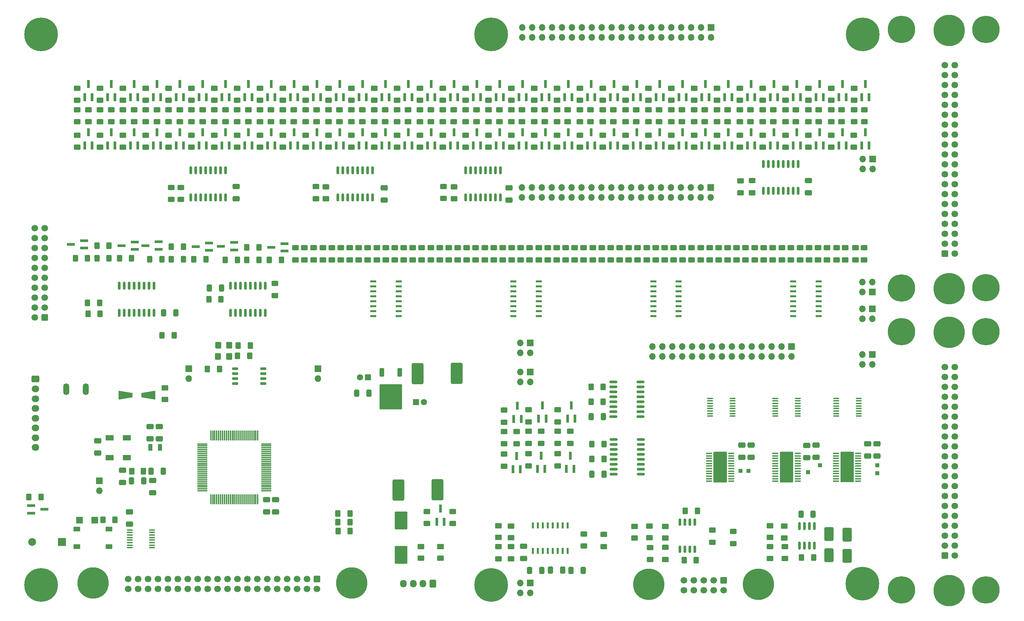
<source format=gbr>
%TF.GenerationSoftware,KiCad,Pcbnew,(7.0.0)*%
%TF.CreationDate,2024-10-14T13:46:47+03:30*%
%TF.ProjectId,tester,74657374-6572-42e6-9b69-6361645f7063,rev?*%
%TF.SameCoordinates,Original*%
%TF.FileFunction,Soldermask,Top*%
%TF.FilePolarity,Negative*%
%FSLAX46Y46*%
G04 Gerber Fmt 4.6, Leading zero omitted, Abs format (unit mm)*
G04 Created by KiCad (PCBNEW (7.0.0)) date 2024-10-14 13:46:47*
%MOMM*%
%LPD*%
G01*
G04 APERTURE LIST*
G04 Aperture macros list*
%AMRoundRect*
0 Rectangle with rounded corners*
0 $1 Rounding radius*
0 $2 $3 $4 $5 $6 $7 $8 $9 X,Y pos of 4 corners*
0 Add a 4 corners polygon primitive as box body*
4,1,4,$2,$3,$4,$5,$6,$7,$8,$9,$2,$3,0*
0 Add four circle primitives for the rounded corners*
1,1,$1+$1,$2,$3*
1,1,$1+$1,$4,$5*
1,1,$1+$1,$6,$7*
1,1,$1+$1,$8,$9*
0 Add four rect primitives between the rounded corners*
20,1,$1+$1,$2,$3,$4,$5,0*
20,1,$1+$1,$4,$5,$6,$7,0*
20,1,$1+$1,$6,$7,$8,$9,0*
20,1,$1+$1,$8,$9,$2,$3,0*%
%AMOutline4P*
0 Free polygon, 4 corners , with rotation*
0 The origin of the aperture is its center*
0 number of corners: always 4*
0 $1 to $8 corner X, Y*
0 $9 Rotation angle, in degrees counterclockwise*
0 create outline with 4 corners*
4,1,4,$1,$2,$3,$4,$5,$6,$7,$8,$1,$2,$9*%
G04 Aperture macros list end*
%ADD10C,0.800000*%
%ADD11C,7.000000*%
%ADD12RoundRect,0.250000X-0.600000X-0.600000X0.600000X-0.600000X0.600000X0.600000X-0.600000X0.600000X0*%
%ADD13C,1.700000*%
%ADD14C,8.000000*%
%ADD15R,1.000000X1.000000*%
%ADD16RoundRect,0.250000X0.625000X-0.400000X0.625000X0.400000X-0.625000X0.400000X-0.625000X-0.400000X0*%
%ADD17RoundRect,0.250000X0.400000X0.625000X-0.400000X0.625000X-0.400000X-0.625000X0.400000X-0.625000X0*%
%ADD18R,0.700000X2.000000*%
%ADD19RoundRect,0.250000X-0.625000X0.400000X-0.625000X-0.400000X0.625000X-0.400000X0.625000X0.400000X0*%
%ADD20RoundRect,0.250001X0.624999X-0.462499X0.624999X0.462499X-0.624999X0.462499X-0.624999X-0.462499X0*%
%ADD21RoundRect,0.250000X-0.650000X0.412500X-0.650000X-0.412500X0.650000X-0.412500X0.650000X0.412500X0*%
%ADD22C,0.900000*%
%ADD23C,8.600000*%
%ADD24RoundRect,0.100000X-0.637500X-0.100000X0.637500X-0.100000X0.637500X0.100000X-0.637500X0.100000X0*%
%ADD25RoundRect,0.250000X0.412500X0.650000X-0.412500X0.650000X-0.412500X-0.650000X0.412500X-0.650000X0*%
%ADD26RoundRect,0.250001X-0.624999X0.462499X-0.624999X-0.462499X0.624999X-0.462499X0.624999X0.462499X0*%
%ADD27RoundRect,0.150000X-0.150000X0.800000X-0.150000X-0.800000X0.150000X-0.800000X0.150000X0.800000X0*%
%ADD28RoundRect,0.150000X0.150000X-0.837500X0.150000X0.837500X-0.150000X0.837500X-0.150000X-0.837500X0*%
%ADD29R,1.700000X1.700000*%
%ADD30O,1.700000X1.700000*%
%ADD31RoundRect,0.150000X-0.150000X0.825000X-0.150000X-0.825000X0.150000X-0.825000X0.150000X0.825000X0*%
%ADD32RoundRect,0.137500X-0.662500X-0.137500X0.662500X-0.137500X0.662500X0.137500X-0.662500X0.137500X0*%
%ADD33R,2.000000X0.700000*%
%ADD34RoundRect,0.150000X-0.650000X-0.150000X0.650000X-0.150000X0.650000X0.150000X-0.650000X0.150000X0*%
%ADD35RoundRect,0.250000X-0.725000X0.600000X-0.725000X-0.600000X0.725000X-0.600000X0.725000X0.600000X0*%
%ADD36O,1.950000X1.700000*%
%ADD37RoundRect,0.250000X0.650000X-0.412500X0.650000X0.412500X-0.650000X0.412500X-0.650000X-0.412500X0*%
%ADD38RoundRect,0.250000X0.900000X-1.500000X0.900000X1.500000X-0.900000X1.500000X-0.900000X-1.500000X0*%
%ADD39R,1.600000X1.600000*%
%ADD40C,1.600000*%
%ADD41RoundRect,0.250000X-0.550000X-0.575000X0.550000X-0.575000X0.550000X0.575000X-0.550000X0.575000X0*%
%ADD42R,2.400000X4.680000*%
%ADD43RoundRect,0.100000X-0.687500X-0.100000X0.687500X-0.100000X0.687500X0.100000X-0.687500X0.100000X0*%
%ADD44RoundRect,0.250001X-0.462499X-0.624999X0.462499X-0.624999X0.462499X0.624999X-0.462499X0.624999X0*%
%ADD45RoundRect,0.250000X-0.412500X-0.650000X0.412500X-0.650000X0.412500X0.650000X-0.412500X0.650000X0*%
%ADD46R,1.000000X1.800000*%
%ADD47RoundRect,0.150000X0.837500X0.150000X-0.837500X0.150000X-0.837500X-0.150000X0.837500X-0.150000X0*%
%ADD48RoundRect,0.250000X1.400000X2.000000X-1.400000X2.000000X-1.400000X-2.000000X1.400000X-2.000000X0*%
%ADD49RoundRect,0.150000X-0.150000X0.837500X-0.150000X-0.837500X0.150000X-0.837500X0.150000X0.837500X0*%
%ADD50RoundRect,0.250000X-0.900000X1.500000X-0.900000X-1.500000X0.900000X-1.500000X0.900000X1.500000X0*%
%ADD51RoundRect,0.357000X1.143000X2.368000X-1.143000X2.368000X-1.143000X-2.368000X1.143000X-2.368000X0*%
%ADD52R,2.000000X2.000000*%
%ADD53C,2.000000*%
%ADD54RoundRect,0.357000X-1.143000X-2.368000X1.143000X-2.368000X1.143000X2.368000X-1.143000X2.368000X0*%
%ADD55RoundRect,0.250000X-0.400000X-0.625000X0.400000X-0.625000X0.400000X0.625000X-0.400000X0.625000X0*%
%ADD56RoundRect,0.250000X0.600000X0.600000X-0.600000X0.600000X-0.600000X-0.600000X0.600000X-0.600000X0*%
%ADD57RoundRect,0.137500X0.137500X-0.662500X0.137500X0.662500X-0.137500X0.662500X-0.137500X-0.662500X0*%
%ADD58Outline4P,-1.800000X-1.150000X1.800000X-0.550000X1.800000X0.550000X-1.800000X1.150000X0.000000*%
%ADD59Outline4P,-1.800000X-1.150000X1.800000X-0.550000X1.800000X0.550000X-1.800000X1.150000X180.000000*%
%ADD60RoundRect,0.250000X-0.600000X0.600000X-0.600000X-0.600000X0.600000X-0.600000X0.600000X0.600000X0*%
%ADD61RoundRect,0.075000X-1.225000X-0.075000X1.225000X-0.075000X1.225000X0.075000X-1.225000X0.075000X0*%
%ADD62RoundRect,0.075000X-0.075000X-1.225000X0.075000X-1.225000X0.075000X1.225000X-0.075000X1.225000X0*%
%ADD63R,2.000000X1.400000*%
%ADD64R,1.800000X1.300000*%
%ADD65RoundRect,0.250000X-0.350000X0.850000X-0.350000X-0.850000X0.350000X-0.850000X0.350000X0.850000X0*%
%ADD66RoundRect,0.249997X-2.650003X2.950003X-2.650003X-2.950003X2.650003X-2.950003X2.650003X2.950003X0*%
%ADD67RoundRect,0.250000X0.600000X0.725000X-0.600000X0.725000X-0.600000X-0.725000X0.600000X-0.725000X0*%
%ADD68O,1.700000X1.950000*%
%ADD69O,1.524000X3.000000*%
G04 APERTURE END LIST*
D10*
%TO.C,H2*%
X245935000Y-88565000D03*
X247791155Y-89333845D03*
X244078845Y-89333845D03*
X248560000Y-91190000D03*
D11*
X245935000Y-91190000D03*
D10*
X243310000Y-91190000D03*
X247791155Y-93046155D03*
X244078845Y-93046155D03*
X245935000Y-93815000D03*
%TD*%
%TO.C,H1*%
X267560000Y-88560000D03*
X269416155Y-89328845D03*
X265703845Y-89328845D03*
X270185000Y-91185000D03*
D11*
X267560000Y-91185000D03*
D10*
X264935000Y-91185000D03*
X269416155Y-93041155D03*
X265703845Y-93041155D03*
X267560000Y-93810000D03*
%TD*%
%TO.C,H3*%
X267560000Y-154680000D03*
X269416155Y-155448845D03*
X265703845Y-155448845D03*
X270185000Y-157305000D03*
D11*
X267560000Y-157305000D03*
D10*
X264935000Y-157305000D03*
X269416155Y-159161155D03*
X265703845Y-159161155D03*
X267560000Y-159930000D03*
%TD*%
%TO.C,H4*%
X245935000Y-154705000D03*
X247791155Y-155473845D03*
X244078845Y-155473845D03*
X248560000Y-157330000D03*
D11*
X245935000Y-157330000D03*
D10*
X243310000Y-157330000D03*
X247791155Y-159186155D03*
X244078845Y-159186155D03*
X245935000Y-159955000D03*
%TD*%
D12*
%TO.C,J1*%
X257100000Y-148570000D03*
D13*
X259640000Y-148570000D03*
X257100000Y-146030000D03*
X259640000Y-146030000D03*
X257100000Y-143490000D03*
X259640000Y-143490000D03*
X257100000Y-140950000D03*
X259640000Y-140950000D03*
X257100000Y-138410000D03*
X259640000Y-138410000D03*
X257100000Y-135870000D03*
X259640000Y-135870000D03*
X257100000Y-133330000D03*
X259640000Y-133330000D03*
X257100000Y-130790000D03*
X259640000Y-130790000D03*
X257100000Y-128250000D03*
X259640000Y-128250000D03*
X257100000Y-125710000D03*
X259640000Y-125710000D03*
X257100000Y-123170000D03*
X259640000Y-123170000D03*
X257100000Y-120630000D03*
X259640000Y-120630000D03*
X257100000Y-118090000D03*
X259640000Y-118090000D03*
X257100000Y-115550000D03*
X259640000Y-115550000D03*
X257100000Y-113010000D03*
X259640000Y-113010000D03*
X257100000Y-110470000D03*
X259640000Y-110470000D03*
X257100000Y-107930000D03*
X259640000Y-107930000D03*
X257100000Y-105390000D03*
X259640000Y-105390000D03*
X257100000Y-102850000D03*
X259640000Y-102850000D03*
X257100000Y-100310000D03*
X259640000Y-100310000D03*
D14*
X258120000Y-91370000D03*
X258120000Y-157510000D03*
%TD*%
D10*
%TO.C,H2*%
X245935000Y-11245000D03*
X247791155Y-12013845D03*
X244078845Y-12013845D03*
X248560000Y-13870000D03*
D11*
X245935000Y-13870000D03*
D10*
X243310000Y-13870000D03*
X247791155Y-15726155D03*
X244078845Y-15726155D03*
X245935000Y-16495000D03*
%TD*%
%TO.C,H1*%
X267560000Y-11240000D03*
X269416155Y-12008845D03*
X265703845Y-12008845D03*
X270185000Y-13865000D03*
D11*
X267560000Y-13865000D03*
D10*
X264935000Y-13865000D03*
X269416155Y-15721155D03*
X265703845Y-15721155D03*
X267560000Y-16490000D03*
%TD*%
%TO.C,H3*%
X267560000Y-77360000D03*
X269416155Y-78128845D03*
X265703845Y-78128845D03*
X270185000Y-79985000D03*
D11*
X267560000Y-79985000D03*
D10*
X264935000Y-79985000D03*
X269416155Y-81841155D03*
X265703845Y-81841155D03*
X267560000Y-82610000D03*
%TD*%
%TO.C,H4*%
X245935000Y-77385000D03*
X247791155Y-78153845D03*
X244078845Y-78153845D03*
X248560000Y-80010000D03*
D11*
X245935000Y-80010000D03*
D10*
X243310000Y-80010000D03*
X247791155Y-81866155D03*
X244078845Y-81866155D03*
X245935000Y-82635000D03*
%TD*%
D12*
%TO.C,J1*%
X257100000Y-71250000D03*
D13*
X259640000Y-71250000D03*
X257100000Y-68710000D03*
X259640000Y-68710000D03*
X257100000Y-66170000D03*
X259640000Y-66170000D03*
X257100000Y-63630000D03*
X259640000Y-63630000D03*
X257100000Y-61090000D03*
X259640000Y-61090000D03*
X257100000Y-58550000D03*
X259640000Y-58550000D03*
X257100000Y-56010000D03*
X259640000Y-56010000D03*
X257100000Y-53470000D03*
X259640000Y-53470000D03*
X257100000Y-50930000D03*
X259640000Y-50930000D03*
X257100000Y-48390000D03*
X259640000Y-48390000D03*
X257100000Y-45850000D03*
X259640000Y-45850000D03*
X257100000Y-43310000D03*
X259640000Y-43310000D03*
X257100000Y-40770000D03*
X259640000Y-40770000D03*
X257100000Y-38230000D03*
X259640000Y-38230000D03*
X257100000Y-35690000D03*
X259640000Y-35690000D03*
X257100000Y-33150000D03*
X259640000Y-33150000D03*
X257100000Y-30610000D03*
X259640000Y-30610000D03*
X257100000Y-28070000D03*
X259640000Y-28070000D03*
X257100000Y-25530000D03*
X259640000Y-25530000D03*
X257100000Y-22990000D03*
X259640000Y-22990000D03*
D14*
X258120000Y-14050000D03*
X258120000Y-80190000D03*
%TD*%
D15*
%TO.C,TP3*%
X239764999Y-125434999D03*
%TD*%
D16*
%TO.C,R319*%
X52730244Y-44010000D03*
X52730244Y-40910000D03*
%TD*%
%TO.C,R105*%
X236504160Y-37485000D03*
X236504160Y-34385000D03*
%TD*%
%TO.C,R382*%
X107221500Y-72837064D03*
X107221500Y-69737064D03*
%TD*%
D17*
%TO.C,R10*%
X72015000Y-82885000D03*
X68915000Y-82885000D03*
%TD*%
D18*
%TO.C,Q78*%
X43017201Y-31184999D03*
X44917201Y-31184999D03*
X43967201Y-27784999D03*
%TD*%
D19*
%TO.C,R389*%
X91021500Y-69737064D03*
X91021500Y-72837064D03*
%TD*%
D16*
%TO.C,R145*%
X198780944Y-37485000D03*
X198780944Y-34385000D03*
%TD*%
D20*
%TO.C,R80*%
X128140000Y-149247500D03*
X128140000Y-146272500D03*
%TD*%
D16*
%TO.C,R344*%
X194621500Y-72837064D03*
X194621500Y-69737064D03*
%TD*%
%TO.C,R140*%
X207330229Y-37485000D03*
X207330229Y-34385000D03*
%TD*%
%TO.C,R378*%
X116421500Y-72837064D03*
X116421500Y-69737064D03*
%TD*%
D21*
%TO.C,C72*%
X221765000Y-120322500D03*
X221765000Y-123447500D03*
%TD*%
D16*
%TO.C,R356*%
X167021500Y-72837064D03*
X167021500Y-69737064D03*
%TD*%
D22*
%TO.C,H2*%
X232775000Y-155755000D03*
X233719581Y-153474581D03*
X233719581Y-158035419D03*
X236000000Y-152530000D03*
D23*
X236000000Y-155755000D03*
D22*
X236000000Y-158980000D03*
X238280419Y-153474581D03*
X238280419Y-158035419D03*
X239225000Y-155755000D03*
%TD*%
D19*
%TO.C,R355*%
X169321500Y-69737064D03*
X169321500Y-72837064D03*
%TD*%
D16*
%TO.C,R313*%
X58572272Y-37485000D03*
X58572272Y-34385000D03*
%TD*%
D24*
%TO.C,U1*%
X48677500Y-141985000D03*
X48677500Y-142635000D03*
X48677500Y-143285000D03*
X48677500Y-143935000D03*
X48677500Y-144585000D03*
X48677500Y-145235000D03*
X48677500Y-145885000D03*
X48677500Y-146535000D03*
X54402500Y-146535000D03*
X54402500Y-145885000D03*
X54402500Y-145235000D03*
X54402500Y-144585000D03*
X54402500Y-143935000D03*
X54402500Y-143285000D03*
X54402500Y-142635000D03*
X54402500Y-141985000D03*
%TD*%
D19*
%TO.C,R361*%
X155521500Y-69737064D03*
X155521500Y-72837064D03*
%TD*%
D16*
%TO.C,R139*%
X204622972Y-31985000D03*
X204622972Y-28885000D03*
%TD*%
D17*
%TO.C,R399*%
X56890000Y-72659999D03*
X53790000Y-72659999D03*
%TD*%
D25*
%TO.C,C69*%
X169927500Y-127735000D03*
X166802500Y-127735000D03*
%TD*%
D26*
%TO.C,D28*%
X185565000Y-141070000D03*
X185565000Y-144045000D03*
%TD*%
D18*
%TO.C,Q17*%
X200751957Y-43584999D03*
X202651957Y-43584999D03*
X201701957Y-40184999D03*
%TD*%
D16*
%TO.C,R305*%
X64414300Y-44010000D03*
X64414300Y-40910000D03*
%TD*%
D17*
%TO.C,R404*%
X49140000Y-72384999D03*
X46040000Y-72384999D03*
%TD*%
%TO.C,R407*%
X43390000Y-69185000D03*
X40290000Y-69185000D03*
%TD*%
D18*
%TO.C,Q25*%
X177383845Y-43584999D03*
X179283845Y-43584999D03*
X178333845Y-40184999D03*
%TD*%
%TO.C,Q67*%
X54701257Y-43584999D03*
X56601257Y-43584999D03*
X55651257Y-40184999D03*
%TD*%
D27*
%TO.C,U22*%
X193175000Y-139960000D03*
X191905000Y-139960000D03*
X190635000Y-139960000D03*
X189365000Y-139960000D03*
X189365000Y-146960000D03*
X190635000Y-146960000D03*
X191905000Y-146960000D03*
X193175000Y-146960000D03*
%TD*%
D17*
%TO.C,R12*%
X40990000Y-83885000D03*
X37890000Y-83885000D03*
%TD*%
D16*
%TO.C,R207*%
X146202692Y-44010000D03*
X146202692Y-40910000D03*
%TD*%
D19*
%TO.C,R8*%
X98840000Y-54110000D03*
X98840000Y-57210000D03*
%TD*%
D28*
%TO.C,U6*%
X74470000Y-86347500D03*
X75740000Y-86347500D03*
X77010000Y-86347500D03*
X78280000Y-86347500D03*
X79550000Y-86347500D03*
X80820000Y-86347500D03*
X82090000Y-86347500D03*
X83360000Y-86347500D03*
X83360000Y-79422500D03*
X82090000Y-79422500D03*
X80820000Y-79422500D03*
X79550000Y-79422500D03*
X78280000Y-79422500D03*
X77010000Y-79422500D03*
X75740000Y-79422500D03*
X74470000Y-79422500D03*
%TD*%
D16*
%TO.C,R421*%
X43956333Y-37485000D03*
X43956333Y-34385000D03*
%TD*%
%TO.C,R200*%
X152044720Y-44010000D03*
X152044720Y-40910000D03*
%TD*%
%TO.C,R306*%
X64414300Y-37485000D03*
X64414300Y-34385000D03*
%TD*%
%TO.C,R123*%
X216307028Y-44010000D03*
X216307028Y-40910000D03*
%TD*%
D17*
%TO.C,R392*%
X76215000Y-72834999D03*
X73115000Y-72834999D03*
%TD*%
D16*
%TO.C,R130*%
X210465000Y-44010000D03*
X210465000Y-40910000D03*
%TD*%
D29*
%TO.C,J37*%
X63764999Y-100684999D03*
D30*
X63764999Y-103224999D03*
%TD*%
D16*
%TO.C,R166*%
X181254860Y-37485000D03*
X181254860Y-34385000D03*
%TD*%
D18*
%TO.C,Q79*%
X37175173Y-43584999D03*
X39075173Y-43584999D03*
X38125173Y-40184999D03*
%TD*%
D15*
%TO.C,TP2*%
X222089999Y-127159999D03*
%TD*%
D19*
%TO.C,R383*%
X104921500Y-69737064D03*
X104921500Y-72837064D03*
%TD*%
D16*
%TO.C,R273*%
X96469371Y-37485000D03*
X96469371Y-34385000D03*
%TD*%
%TO.C,R167*%
X181254860Y-31985000D03*
X181254860Y-28885000D03*
%TD*%
%TO.C,R388*%
X93321500Y-72837064D03*
X93321500Y-69737064D03*
%TD*%
%TO.C,R242*%
X116992552Y-44010000D03*
X116992552Y-40910000D03*
%TD*%
%TO.C,R196*%
X160651973Y-37485000D03*
X160651973Y-34385000D03*
%TD*%
D17*
%TO.C,R390*%
X87465000Y-72834999D03*
X84365000Y-72834999D03*
%TD*%
D16*
%TO.C,R243*%
X116992552Y-37485000D03*
X116992552Y-34385000D03*
%TD*%
%TO.C,R300*%
X70256328Y-31985000D03*
X70256328Y-28885000D03*
%TD*%
D31*
%TO.C,U36*%
X223675000Y-141035000D03*
X222405000Y-141035000D03*
X221135000Y-141035000D03*
X219865000Y-141035000D03*
X219865000Y-145985000D03*
X221135000Y-145985000D03*
X222405000Y-145985000D03*
X223675000Y-145985000D03*
%TD*%
D15*
%TO.C,TP6*%
X204839999Y-126884999D03*
%TD*%
D16*
%TO.C,R214*%
X140360664Y-44010000D03*
X140360664Y-40910000D03*
%TD*%
D19*
%TO.C,R373*%
X127921500Y-69737064D03*
X127921500Y-72837064D03*
%TD*%
D32*
%TO.C,U32*%
X182512000Y-78315000D03*
X182512000Y-79585000D03*
X182512000Y-80855000D03*
X182512000Y-82125000D03*
X182512000Y-83395000D03*
X182512000Y-84665000D03*
X182512000Y-85935000D03*
X182512000Y-87205000D03*
X189012000Y-87205000D03*
X189012000Y-85935000D03*
X189012000Y-84665000D03*
X189012000Y-83395000D03*
X189012000Y-82125000D03*
X189012000Y-80855000D03*
X189012000Y-79585000D03*
X189012000Y-78315000D03*
%TD*%
D16*
%TO.C,R236*%
X122834580Y-37485000D03*
X122834580Y-34385000D03*
%TD*%
%TO.C,R384*%
X102621500Y-72837064D03*
X102621500Y-69737064D03*
%TD*%
D33*
%TO.C,Q69*%
X88264998Y-70584998D03*
X88264998Y-68684998D03*
X84864998Y-69634998D03*
%TD*%
D18*
%TO.C,Q18*%
X200751957Y-31184999D03*
X202651957Y-31184999D03*
X201701957Y-27784999D03*
%TD*%
%TO.C,Q65*%
X60543285Y-43584999D03*
X62443285Y-43584999D03*
X61493285Y-40184999D03*
%TD*%
%TO.C,Q85*%
X146614999Y-126434998D03*
X148514999Y-126434998D03*
X147564999Y-123034998D03*
%TD*%
D16*
%TO.C,R250*%
X111150524Y-37485000D03*
X111150524Y-34385000D03*
%TD*%
D18*
%TO.C,Q30*%
X165699789Y-31184999D03*
X167599789Y-31184999D03*
X166649789Y-27784999D03*
%TD*%
D34*
%TO.C,U10*%
X75615000Y-100680000D03*
X75615000Y-101950000D03*
X75615000Y-103220000D03*
X75615000Y-104490000D03*
X82815000Y-104490000D03*
X82815000Y-103220000D03*
X82815000Y-101950000D03*
X82815000Y-100680000D03*
%TD*%
D16*
%TO.C,R158*%
X187096888Y-44010000D03*
X187096888Y-40910000D03*
%TD*%
D18*
%TO.C,Q48*%
X113121537Y-31184999D03*
X115021537Y-31184999D03*
X114071537Y-27784999D03*
%TD*%
%TO.C,Q45*%
X118963565Y-43584999D03*
X120863565Y-43584999D03*
X119913565Y-40184999D03*
%TD*%
D16*
%TO.C,R376*%
X121021500Y-72837064D03*
X121021500Y-69737064D03*
%TD*%
D19*
%TO.C,R337*%
X210721500Y-69737064D03*
X210721500Y-72837064D03*
%TD*%
D16*
%TO.C,R229*%
X128676608Y-37485000D03*
X128676608Y-34385000D03*
%TD*%
D19*
%TO.C,R345*%
X192321500Y-69737064D03*
X192321500Y-72837064D03*
%TD*%
D16*
%TO.C,R366*%
X144021500Y-72837064D03*
X144021500Y-69737064D03*
%TD*%
D35*
%TO.C,J3*%
X24540000Y-103360000D03*
D36*
X24539999Y-105859999D03*
X24539999Y-108359999D03*
X24539999Y-110859999D03*
X24539999Y-113359999D03*
X24539999Y-115859999D03*
X24539999Y-118359999D03*
X24539999Y-120859999D03*
%TD*%
D17*
%TO.C,R405*%
X43390000Y-72384999D03*
X40290000Y-72384999D03*
%TD*%
D21*
%TO.C,C3*%
X222165000Y-52497500D03*
X222165000Y-55622500D03*
%TD*%
D16*
%TO.C,R147*%
X201495447Y-37485000D03*
X201495447Y-34385000D03*
%TD*%
D18*
%TO.C,Q55*%
X89753425Y-43584999D03*
X91653425Y-43584999D03*
X90703425Y-40184999D03*
%TD*%
D16*
%TO.C,R175*%
X178156319Y-37485000D03*
X178156319Y-34385000D03*
%TD*%
%TO.C,R286*%
X81940384Y-31985000D03*
X81940384Y-28885000D03*
%TD*%
D19*
%TO.C,R369*%
X137121500Y-69737064D03*
X137121500Y-72837064D03*
%TD*%
D16*
%TO.C,R414*%
X49791115Y-37485000D03*
X49791115Y-34385000D03*
%TD*%
%TO.C,R340*%
X203821500Y-72837064D03*
X203821500Y-69737064D03*
%TD*%
%TO.C,R160*%
X187096888Y-31985000D03*
X187096888Y-28885000D03*
%TD*%
%TO.C,R112*%
X230669357Y-37485000D03*
X230669357Y-34385000D03*
%TD*%
D37*
%TO.C,C13*%
X83665000Y-137322500D03*
X83665000Y-134197500D03*
%TD*%
D38*
%TO.C,D29*%
X227465000Y-148457500D03*
X227465000Y-143057500D03*
%TD*%
D16*
%TO.C,R370*%
X134821500Y-72837064D03*
X134821500Y-69737064D03*
%TD*%
D19*
%TO.C,R375*%
X123321500Y-69737064D03*
X123321500Y-72837064D03*
%TD*%
D16*
%TO.C,R245*%
X119808499Y-37485000D03*
X119808499Y-34385000D03*
%TD*%
D19*
%TO.C,R381*%
X109521500Y-69737064D03*
X109521500Y-72837064D03*
%TD*%
D26*
%TO.C,D26*%
X181565000Y-140970000D03*
X181565000Y-143945000D03*
%TD*%
D16*
%TO.C,R161*%
X189825883Y-37485000D03*
X189825883Y-34385000D03*
%TD*%
D29*
%TO.C,J2*%
X197194999Y-54309999D03*
D30*
X197194999Y-56849999D03*
X194654999Y-54309999D03*
X194654999Y-56849999D03*
X192114999Y-54309999D03*
X192114999Y-56849999D03*
X189574999Y-54309999D03*
X189574999Y-56849999D03*
X187034999Y-54309999D03*
X187034999Y-56849999D03*
X184494999Y-54309999D03*
X184494999Y-56849999D03*
X181954999Y-54309999D03*
X181954999Y-56849999D03*
X179414999Y-54309999D03*
X179414999Y-56849999D03*
X176874999Y-54309999D03*
X176874999Y-56849999D03*
X174334999Y-54309999D03*
X174334999Y-56849999D03*
X171794999Y-54309999D03*
X171794999Y-56849999D03*
X169254999Y-54309999D03*
X169254999Y-56849999D03*
X166714999Y-54309999D03*
X166714999Y-56849999D03*
X164174999Y-54309999D03*
X164174999Y-56849999D03*
X161634999Y-54309999D03*
X161634999Y-56849999D03*
X159094999Y-54309999D03*
X159094999Y-56849999D03*
X156554999Y-54309999D03*
X156554999Y-56849999D03*
X154014999Y-54309999D03*
X154014999Y-56849999D03*
X151474999Y-54309999D03*
X151474999Y-56849999D03*
X148934999Y-54309999D03*
X148934999Y-56849999D03*
%TD*%
D20*
%TO.C,R81*%
X123140000Y-149247500D03*
X123140000Y-146272500D03*
%TD*%
D25*
%TO.C,C126*%
X109827500Y-106985000D03*
X106702500Y-106985000D03*
%TD*%
D16*
%TO.C,R173*%
X175412832Y-37485000D03*
X175412832Y-34385000D03*
%TD*%
D18*
%TO.C,Q49*%
X107279509Y-43584999D03*
X109179509Y-43584999D03*
X108229509Y-40184999D03*
%TD*%
D33*
%TO.C,Q1*%
X23439999Y-135759999D03*
X23439999Y-137659999D03*
X26839999Y-136709999D03*
%TD*%
D16*
%TO.C,R1*%
X204790000Y-55685000D03*
X204790000Y-52585000D03*
%TD*%
D21*
%TO.C,C11*%
X54515000Y-129347500D03*
X54515000Y-132472500D03*
%TD*%
D18*
%TO.C,Q24*%
X183225873Y-31184999D03*
X185125873Y-31184999D03*
X184175873Y-27784999D03*
%TD*%
D16*
%TO.C,R258*%
X105308496Y-31985000D03*
X105308496Y-28885000D03*
%TD*%
D18*
%TO.C,Q80*%
X37175173Y-31184999D03*
X39075173Y-31184999D03*
X38125173Y-27784999D03*
%TD*%
D39*
%TO.C,C124*%
X121869999Y-109209999D03*
D40*
X123870000Y-109210000D03*
%TD*%
D16*
%TO.C,R2*%
X128915000Y-57110000D03*
X128915000Y-54010000D03*
%TD*%
D41*
%TO.C,D2*%
X71265000Y-94695000D03*
X74115000Y-94695000D03*
%TD*%
D32*
%TO.C,U34*%
X110940000Y-78315000D03*
X110940000Y-79585000D03*
X110940000Y-80855000D03*
X110940000Y-82125000D03*
X110940000Y-83395000D03*
X110940000Y-84665000D03*
X110940000Y-85935000D03*
X110940000Y-87205000D03*
X117440000Y-87205000D03*
X117440000Y-85935000D03*
X117440000Y-84665000D03*
X117440000Y-83395000D03*
X117440000Y-82125000D03*
X117440000Y-80855000D03*
X117440000Y-79585000D03*
X117440000Y-78315000D03*
%TD*%
D41*
%TO.C,D3*%
X71240000Y-97535000D03*
X74090000Y-97535000D03*
%TD*%
D17*
%TO.C,R397*%
X68140000Y-72659999D03*
X65040000Y-72659999D03*
%TD*%
D16*
%TO.C,R146*%
X198780944Y-31985000D03*
X198780944Y-28885000D03*
%TD*%
D19*
%TO.C,R363*%
X150921500Y-69737064D03*
X150921500Y-72837064D03*
%TD*%
D33*
%TO.C,Q71*%
X68939998Y-70409998D03*
X68939998Y-68509998D03*
X65539998Y-69459998D03*
%TD*%
D18*
%TO.C,Q8*%
X229962097Y-31184999D03*
X231862097Y-31184999D03*
X230912097Y-27784999D03*
%TD*%
D42*
%TO.C,U24*%
X232039999Y-125934999D03*
D43*
X229177500Y-122360000D03*
X229177500Y-123010000D03*
X229177500Y-123660000D03*
X229177500Y-124310000D03*
X229177500Y-124960000D03*
X229177500Y-125610000D03*
X229177500Y-126260000D03*
X229177500Y-126910000D03*
X229177500Y-127560000D03*
X229177500Y-128210000D03*
X229177500Y-128860000D03*
X229177500Y-129510000D03*
X234902500Y-129510000D03*
X234902500Y-128860000D03*
X234902500Y-128210000D03*
X234902500Y-127560000D03*
X234902500Y-126910000D03*
X234902500Y-126260000D03*
X234902500Y-125610000D03*
X234902500Y-124960000D03*
X234902500Y-124310000D03*
X234902500Y-123660000D03*
X234902500Y-123010000D03*
X234902500Y-122360000D03*
%TD*%
D44*
%TO.C,FB1*%
X49215000Y-126935000D03*
X52190000Y-126935000D03*
%TD*%
D45*
%TO.C,C7*%
X57302500Y-86385000D03*
X60427500Y-86385000D03*
%TD*%
D16*
%TO.C,R257*%
X105308496Y-37485000D03*
X105308496Y-34385000D03*
%TD*%
%TO.C,R251*%
X111150524Y-31985000D03*
X111150524Y-28885000D03*
%TD*%
D18*
%TO.C,Q35*%
X148173705Y-43584999D03*
X150073705Y-43584999D03*
X149123705Y-40184999D03*
%TD*%
%TO.C,Q53*%
X95595453Y-43584999D03*
X97495453Y-43584999D03*
X96545453Y-40184999D03*
%TD*%
%TO.C,Q84*%
X153214998Y-113484999D03*
X155114998Y-113484999D03*
X154164998Y-110084999D03*
%TD*%
D16*
%TO.C,R201*%
X152044720Y-37485000D03*
X152044720Y-34385000D03*
%TD*%
%TO.C,R360*%
X157821500Y-72837064D03*
X157821500Y-69737064D03*
%TD*%
D18*
%TO.C,Q12*%
X218278041Y-31184999D03*
X220178041Y-31184999D03*
X219228041Y-27784999D03*
%TD*%
D16*
%TO.C,R179*%
X169570804Y-44010000D03*
X169570804Y-40910000D03*
%TD*%
%TO.C,R217*%
X143147627Y-37485000D03*
X143147627Y-34385000D03*
%TD*%
%TO.C,R3*%
X96240000Y-57185000D03*
X96240000Y-54085000D03*
%TD*%
D37*
%TO.C,C4*%
X145615000Y-57497500D03*
X145615000Y-54372500D03*
%TD*%
D46*
%TO.C,U11*%
X56414999Y-120834999D03*
X53914999Y-120834999D03*
%TD*%
D16*
%TO.C,R153*%
X192938916Y-31985000D03*
X192938916Y-28885000D03*
%TD*%
D29*
%TO.C,J21*%
X217834999Y-94984999D03*
D30*
X217834999Y-97524999D03*
X215294999Y-94984999D03*
X215294999Y-97524999D03*
X212754999Y-94984999D03*
X212754999Y-97524999D03*
X210214999Y-94984999D03*
X210214999Y-97524999D03*
X207674999Y-94984999D03*
X207674999Y-97524999D03*
X205134999Y-94984999D03*
X205134999Y-97524999D03*
X202594999Y-94984999D03*
X202594999Y-97524999D03*
X200054999Y-94984999D03*
X200054999Y-97524999D03*
X197514999Y-94984999D03*
X197514999Y-97524999D03*
X194974999Y-94984999D03*
X194974999Y-97524999D03*
X192434999Y-94984999D03*
X192434999Y-97524999D03*
X189894999Y-94984999D03*
X189894999Y-97524999D03*
X187354999Y-94984999D03*
X187354999Y-97524999D03*
X184814999Y-94984999D03*
X184814999Y-97524999D03*
X182274999Y-94984999D03*
X182274999Y-97524999D03*
%TD*%
D19*
%TO.C,R353*%
X173921500Y-69737064D03*
X173921500Y-72837064D03*
%TD*%
D15*
%TO.C,TP4*%
X239789999Y-127459999D03*
%TD*%
D16*
%TO.C,R449*%
X147564999Y-119885000D03*
X147564999Y-116785000D03*
%TD*%
%TO.C,R71*%
X185590000Y-149535000D03*
X185590000Y-146435000D03*
%TD*%
D37*
%TO.C,C17*%
X56190000Y-118610000D03*
X56190000Y-115485000D03*
%TD*%
D16*
%TO.C,R203*%
X154817191Y-37485000D03*
X154817191Y-34385000D03*
%TD*%
%TO.C,R419*%
X41046188Y-37485000D03*
X41046188Y-34385000D03*
%TD*%
%TO.C,R308*%
X67295461Y-37485000D03*
X67295461Y-34385000D03*
%TD*%
%TO.C,R332*%
X222321500Y-72837064D03*
X222321500Y-69737064D03*
%TD*%
%TO.C,R307*%
X64414300Y-31985000D03*
X64414300Y-28885000D03*
%TD*%
%TO.C,R427*%
X35204160Y-31985000D03*
X35204160Y-28885000D03*
%TD*%
D17*
%TO.C,R398*%
X62390000Y-72659999D03*
X59290000Y-72659999D03*
%TD*%
D15*
%TO.C,TP5*%
X206839999Y-126884999D03*
%TD*%
D18*
%TO.C,Q44*%
X124805593Y-31184999D03*
X126705593Y-31184999D03*
X125755593Y-27784999D03*
%TD*%
D16*
%TO.C,R4*%
X59265000Y-57385000D03*
X59265000Y-54285000D03*
%TD*%
D19*
%TO.C,R365*%
X146321500Y-69737064D03*
X146321500Y-72837064D03*
%TD*%
D16*
%TO.C,R237*%
X122834580Y-31985000D03*
X122834580Y-28885000D03*
%TD*%
D47*
%TO.C,U26*%
X179327500Y-127680000D03*
X179327500Y-126410000D03*
X179327500Y-125140000D03*
X179327500Y-123870000D03*
X179327500Y-122600000D03*
X179327500Y-121330000D03*
X179327500Y-120060000D03*
X179327500Y-118790000D03*
X172402500Y-118790000D03*
X172402500Y-120060000D03*
X172402500Y-121330000D03*
X172402500Y-122600000D03*
X172402500Y-123870000D03*
X172402500Y-125140000D03*
X172402500Y-126410000D03*
X172402500Y-127680000D03*
%TD*%
D21*
%TO.C,C73*%
X237340000Y-119947500D03*
X237340000Y-123072500D03*
%TD*%
D18*
%TO.C,Q57*%
X83911397Y-43584999D03*
X85811397Y-43584999D03*
X84861397Y-40184999D03*
%TD*%
D16*
%TO.C,R208*%
X146202692Y-37485000D03*
X146202692Y-34385000D03*
%TD*%
%TO.C,R426*%
X35204160Y-37485000D03*
X35204160Y-34385000D03*
%TD*%
%TO.C,R428*%
X38121551Y-37485000D03*
X38121551Y-34385000D03*
%TD*%
%TO.C,R180*%
X169570804Y-37485000D03*
X169570804Y-34385000D03*
%TD*%
D37*
%TO.C,C10*%
X46815000Y-129822500D03*
X46815000Y-126697500D03*
%TD*%
D16*
%TO.C,R249*%
X111150524Y-44010000D03*
X111150524Y-40910000D03*
%TD*%
D19*
%TO.C,R79*%
X131265000Y-137235000D03*
X131265000Y-140335000D03*
%TD*%
%TO.C,R327*%
X234165000Y-69727936D03*
X234165000Y-72827936D03*
%TD*%
D16*
%TO.C,R124*%
X216307028Y-37485000D03*
X216307028Y-34385000D03*
%TD*%
D45*
%TO.C,C64*%
X156202500Y-152270000D03*
X159327500Y-152270000D03*
%TD*%
D16*
%TO.C,R321*%
X52730244Y-31985000D03*
X52730244Y-28885000D03*
%TD*%
%TO.C,R126*%
X218999793Y-37485000D03*
X218999793Y-34385000D03*
%TD*%
%TO.C,R252*%
X113973717Y-37485000D03*
X113973717Y-34385000D03*
%TD*%
D48*
%TO.C,D35*%
X118065000Y-148385000D03*
X118065000Y-139585000D03*
%TD*%
D16*
%TO.C,R322*%
X55625897Y-37485000D03*
X55625897Y-34385000D03*
%TD*%
D49*
%TO.C,U7*%
X54910000Y-79422500D03*
X53640000Y-79422500D03*
X52370000Y-79422500D03*
X51100000Y-79422500D03*
X49830000Y-79422500D03*
X48560000Y-79422500D03*
X47290000Y-79422500D03*
X46020000Y-79422500D03*
X46020000Y-86347500D03*
X47290000Y-86347500D03*
X48560000Y-86347500D03*
X49830000Y-86347500D03*
X51100000Y-86347500D03*
X52370000Y-86347500D03*
X53640000Y-86347500D03*
X54910000Y-86347500D03*
%TD*%
D37*
%TO.C,C18*%
X53865000Y-118635000D03*
X53865000Y-115510000D03*
%TD*%
D16*
%TO.C,R259*%
X108138935Y-37485000D03*
X108138935Y-34385000D03*
%TD*%
D32*
%TO.C,U31*%
X218298000Y-78315000D03*
X218298000Y-79585000D03*
X218298000Y-80855000D03*
X218298000Y-82125000D03*
X218298000Y-83395000D03*
X218298000Y-84665000D03*
X218298000Y-85935000D03*
X218298000Y-87205000D03*
X224798000Y-87205000D03*
X224798000Y-85935000D03*
X224798000Y-84665000D03*
X224798000Y-83395000D03*
X224798000Y-82125000D03*
X224798000Y-80855000D03*
X224798000Y-79585000D03*
X224798000Y-78315000D03*
%TD*%
D16*
%TO.C,R5*%
X85790000Y-81960000D03*
X85790000Y-78860000D03*
%TD*%
D18*
%TO.C,Q36*%
X148173705Y-31184999D03*
X150073705Y-31184999D03*
X149123705Y-27784999D03*
%TD*%
D16*
%TO.C,R228*%
X128676608Y-44010000D03*
X128676608Y-40910000D03*
%TD*%
D18*
%TO.C,Q31*%
X159857761Y-43584999D03*
X161757761Y-43584999D03*
X160807761Y-40184999D03*
%TD*%
D16*
%TO.C,R348*%
X185421500Y-72837064D03*
X185421500Y-69737064D03*
%TD*%
%TO.C,R202*%
X152044720Y-31985000D03*
X152044720Y-28885000D03*
%TD*%
%TO.C,R372*%
X130221500Y-72837064D03*
X130221500Y-69737064D03*
%TD*%
D17*
%TO.C,R88*%
X169915000Y-120035000D03*
X166815000Y-120035000D03*
%TD*%
D16*
%TO.C,R293*%
X76098356Y-31985000D03*
X76098356Y-28885000D03*
%TD*%
D18*
%TO.C,Q23*%
X183225873Y-43584999D03*
X185125873Y-43584999D03*
X184175873Y-40184999D03*
%TD*%
D49*
%TO.C,U4*%
X110735000Y-49897500D03*
X109465000Y-49897500D03*
X108195000Y-49897500D03*
X106925000Y-49897500D03*
X105655000Y-49897500D03*
X104385000Y-49897500D03*
X103115000Y-49897500D03*
X101845000Y-49897500D03*
X101845000Y-56822500D03*
X103115000Y-56822500D03*
X104385000Y-56822500D03*
X105655000Y-56822500D03*
X106925000Y-56822500D03*
X108195000Y-56822500D03*
X109465000Y-56822500D03*
X110735000Y-56822500D03*
%TD*%
D19*
%TO.C,R359*%
X160121500Y-69737064D03*
X160121500Y-72837064D03*
%TD*%
D16*
%TO.C,R154*%
X195660665Y-37485000D03*
X195660665Y-34385000D03*
%TD*%
%TO.C,R346*%
X190021500Y-72837064D03*
X190021500Y-69737064D03*
%TD*%
D19*
%TO.C,R77*%
X169865000Y-143120000D03*
X169865000Y-146220000D03*
%TD*%
D16*
%TO.C,R298*%
X70256328Y-44010000D03*
X70256328Y-40910000D03*
%TD*%
D19*
%TO.C,R78*%
X124665000Y-137235000D03*
X124665000Y-140335000D03*
%TD*%
D16*
%TO.C,R368*%
X139421500Y-72837064D03*
X139421500Y-69737064D03*
%TD*%
%TO.C,R420*%
X41046188Y-31985000D03*
X41046188Y-28885000D03*
%TD*%
D50*
%TO.C,D30*%
X232115000Y-143210000D03*
X232115000Y-148610000D03*
%TD*%
D16*
%TO.C,R330*%
X226921500Y-72837064D03*
X226921500Y-69737064D03*
%TD*%
%TO.C,R342*%
X199221500Y-72837064D03*
X199221500Y-69737064D03*
%TD*%
%TO.C,R116*%
X222149056Y-44010000D03*
X222149056Y-40910000D03*
%TD*%
D19*
%TO.C,R367*%
X141721500Y-69737064D03*
X141721500Y-72837064D03*
%TD*%
D21*
%TO.C,C80*%
X207540000Y-120272500D03*
X207540000Y-123397500D03*
%TD*%
%TO.C,C78*%
X224115000Y-120222500D03*
X224115000Y-123347500D03*
%TD*%
D16*
%TO.C,R174*%
X175412832Y-31985000D03*
X175412832Y-28885000D03*
%TD*%
D19*
%TO.C,R379*%
X114121500Y-69737064D03*
X114121500Y-72837064D03*
%TD*%
D18*
%TO.C,Q22*%
X189067901Y-31184999D03*
X190967901Y-31184999D03*
X190017901Y-27784999D03*
%TD*%
D16*
%TO.C,R272*%
X93624440Y-31985000D03*
X93624440Y-28885000D03*
%TD*%
D18*
%TO.C,Q76*%
X48859229Y-31184999D03*
X50759229Y-31184999D03*
X49809229Y-27784999D03*
%TD*%
D51*
%TO.C,J19*%
X127352500Y-131725000D03*
X117377500Y-131775000D03*
%TD*%
D18*
%TO.C,Q34*%
X154015733Y-31184999D03*
X155915733Y-31184999D03*
X154965733Y-27784999D03*
%TD*%
%TO.C,Q20*%
X194909929Y-31184999D03*
X196809929Y-31184999D03*
X195859929Y-27784999D03*
%TD*%
D52*
%TO.C,U9*%
X31319999Y-145089999D03*
D53*
X23720000Y-145090000D03*
%TD*%
D16*
%TO.C,R328*%
X231615000Y-72830000D03*
X231615000Y-69730000D03*
%TD*%
D45*
%TO.C,C12*%
X54102500Y-126960000D03*
X57227500Y-126960000D03*
%TD*%
D16*
%TO.C,R188*%
X163728776Y-31985000D03*
X163728776Y-28885000D03*
%TD*%
D18*
%TO.C,Q10*%
X224120069Y-31184999D03*
X226020069Y-31184999D03*
X225070069Y-27784999D03*
%TD*%
D25*
%TO.C,C62*%
X223402500Y-137910000D03*
X220277500Y-137910000D03*
%TD*%
D37*
%TO.C,C5*%
X113715000Y-57522500D03*
X113715000Y-54397500D03*
%TD*%
D54*
%TO.C,J25*%
X122295000Y-101960000D03*
X132270000Y-101910000D03*
%TD*%
D16*
%TO.C,R326*%
X236421500Y-72837064D03*
X236421500Y-69737064D03*
%TD*%
%TO.C,R425*%
X35204160Y-44010000D03*
X35204160Y-40910000D03*
%TD*%
%TO.C,R280*%
X90634589Y-37485000D03*
X90634589Y-34385000D03*
%TD*%
D45*
%TO.C,C60*%
X150927500Y-152335000D03*
X154052500Y-152335000D03*
%TD*%
D18*
%TO.C,Q7*%
X229962097Y-43584999D03*
X231862097Y-43584999D03*
X230912097Y-40184999D03*
%TD*%
D37*
%TO.C,C6*%
X75840000Y-57147500D03*
X75840000Y-54022500D03*
%TD*%
D16*
%TO.C,R117*%
X222149056Y-37485000D03*
X222149056Y-34385000D03*
%TD*%
%TO.C,R354*%
X171621500Y-72837064D03*
X171621500Y-69737064D03*
%TD*%
D18*
%TO.C,Q51*%
X101437481Y-43584999D03*
X103337481Y-43584999D03*
X102387481Y-40184999D03*
%TD*%
D19*
%TO.C,R377*%
X118721500Y-69737064D03*
X118721500Y-72837064D03*
%TD*%
%TO.C,R6*%
X207765000Y-52560000D03*
X207765000Y-55660000D03*
%TD*%
D16*
%TO.C,R291*%
X76098356Y-44010000D03*
X76098356Y-40910000D03*
%TD*%
D26*
%TO.C,D24*%
X212365000Y-140932500D03*
X212365000Y-143907500D03*
%TD*%
D21*
%TO.C,C66*%
X149340000Y-146172500D03*
X149340000Y-149297500D03*
%TD*%
D16*
%TO.C,R446*%
X144365000Y-125635000D03*
X144365000Y-122535000D03*
%TD*%
D18*
%TO.C,Q37*%
X142331677Y-43584999D03*
X144231677Y-43584999D03*
X143281677Y-40184999D03*
%TD*%
D33*
%TO.C,Q74*%
X37039999Y-69834999D03*
X37039999Y-67934999D03*
X33639999Y-68884999D03*
%TD*%
D18*
%TO.C,Q28*%
X171541817Y-31184999D03*
X173441817Y-31184999D03*
X172491817Y-27784999D03*
%TD*%
D17*
%TO.C,R70*%
X193495000Y-149757500D03*
X190395000Y-149757500D03*
%TD*%
D19*
%TO.C,R341*%
X201521500Y-69737064D03*
X201521500Y-72837064D03*
%TD*%
D49*
%TO.C,U3*%
X143435000Y-49897500D03*
X142165000Y-49897500D03*
X140895000Y-49897500D03*
X139625000Y-49897500D03*
X138355000Y-49897500D03*
X137085000Y-49897500D03*
X135815000Y-49897500D03*
X134545000Y-49897500D03*
X134545000Y-56822500D03*
X135815000Y-56822500D03*
X137085000Y-56822500D03*
X138355000Y-56822500D03*
X139625000Y-56822500D03*
X140895000Y-56822500D03*
X142165000Y-56822500D03*
X143435000Y-56822500D03*
%TD*%
D18*
%TO.C,Q68*%
X54701257Y-31184999D03*
X56601257Y-31184999D03*
X55651257Y-27784999D03*
%TD*%
%TO.C,Q42*%
X130647621Y-31184999D03*
X132547621Y-31184999D03*
X131597621Y-27784999D03*
%TD*%
D16*
%TO.C,R138*%
X204622972Y-37485000D03*
X204622972Y-34385000D03*
%TD*%
D22*
%TO.C,H4*%
X137815000Y-15060000D03*
X138759581Y-12779581D03*
X138759581Y-17340419D03*
X141040000Y-11835000D03*
D23*
X141040000Y-15060000D03*
D22*
X141040000Y-18285000D03*
X143320419Y-12779581D03*
X143320419Y-17340419D03*
X144265000Y-15060000D03*
%TD*%
D17*
%TO.C,R400*%
X62390000Y-69460000D03*
X59290000Y-69460000D03*
%TD*%
D18*
%TO.C,Q64*%
X66385313Y-31184999D03*
X68285313Y-31184999D03*
X67335313Y-27784999D03*
%TD*%
%TO.C,Q11*%
X218278041Y-43584999D03*
X220178041Y-43584999D03*
X219228041Y-40184999D03*
%TD*%
%TO.C,Q26*%
X177383845Y-31184999D03*
X179283845Y-31184999D03*
X178333845Y-27784999D03*
%TD*%
D16*
%TO.C,R277*%
X87782412Y-44010000D03*
X87782412Y-40910000D03*
%TD*%
%TO.C,R181*%
X169570804Y-31985000D03*
X169570804Y-28885000D03*
%TD*%
D32*
%TO.C,U33*%
X146726000Y-78315000D03*
X146726000Y-79585000D03*
X146726000Y-80855000D03*
X146726000Y-82125000D03*
X146726000Y-83395000D03*
X146726000Y-84665000D03*
X146726000Y-85935000D03*
X146726000Y-87205000D03*
X153226000Y-87205000D03*
X153226000Y-85935000D03*
X153226000Y-84665000D03*
X153226000Y-83395000D03*
X153226000Y-82125000D03*
X153226000Y-80855000D03*
X153226000Y-79585000D03*
X153226000Y-78315000D03*
%TD*%
D19*
%TO.C,R61*%
X142905000Y-146275000D03*
X142905000Y-149375000D03*
%TD*%
D16*
%TO.C,R144*%
X198780944Y-44010000D03*
X198780944Y-40910000D03*
%TD*%
%TO.C,R103*%
X233833112Y-37485000D03*
X233833112Y-34385000D03*
%TD*%
D26*
%TO.C,D23*%
X177765000Y-141070000D03*
X177765000Y-144045000D03*
%TD*%
D16*
%TO.C,R264*%
X99466468Y-37485000D03*
X99466468Y-34385000D03*
%TD*%
D18*
%TO.C,Q86*%
X146839999Y-113559999D03*
X148739999Y-113559999D03*
X147789999Y-110159999D03*
%TD*%
D16*
%TO.C,R336*%
X213021500Y-72837064D03*
X213021500Y-69737064D03*
%TD*%
D19*
%TO.C,R351*%
X178521500Y-69737064D03*
X178521500Y-72837064D03*
%TD*%
%TO.C,R385*%
X100321500Y-69737064D03*
X100321500Y-72837064D03*
%TD*%
D18*
%TO.C,Q56*%
X89753425Y-31184999D03*
X91653425Y-31184999D03*
X90703425Y-27784999D03*
%TD*%
D39*
%TO.C,C127*%
X109569999Y-102909999D03*
D40*
X107570000Y-102910000D03*
%TD*%
D19*
%TO.C,R331*%
X224665000Y-69730000D03*
X224665000Y-72830000D03*
%TD*%
D21*
%TO.C,C74*%
X205190000Y-120247500D03*
X205190000Y-123372500D03*
%TD*%
D18*
%TO.C,Q66*%
X60543285Y-31184999D03*
X62443285Y-31184999D03*
X61493285Y-27784999D03*
%TD*%
D19*
%TO.C,R329*%
X229365000Y-69730000D03*
X229365000Y-72830000D03*
%TD*%
D16*
%TO.C,R312*%
X58572272Y-44010000D03*
X58572272Y-40910000D03*
%TD*%
D18*
%TO.C,Q83*%
X152914999Y-126384998D03*
X154814999Y-126384998D03*
X153864999Y-122984998D03*
%TD*%
D16*
%TO.C,R380*%
X111821500Y-72837064D03*
X111821500Y-69737064D03*
%TD*%
D49*
%TO.C,U2*%
X219585000Y-48247500D03*
X218315000Y-48247500D03*
X217045000Y-48247500D03*
X215775000Y-48247500D03*
X214505000Y-48247500D03*
X213235000Y-48247500D03*
X211965000Y-48247500D03*
X210695000Y-48247500D03*
X210695000Y-55172500D03*
X211965000Y-55172500D03*
X213235000Y-55172500D03*
X214505000Y-55172500D03*
X215775000Y-55172500D03*
X217045000Y-55172500D03*
X218315000Y-55172500D03*
X219585000Y-55172500D03*
%TD*%
D16*
%TO.C,R279*%
X87782412Y-31985000D03*
X87782412Y-28885000D03*
%TD*%
D29*
%TO.C,J36*%
X197324999Y-13284999D03*
D30*
X197324999Y-15824999D03*
X194784999Y-13284999D03*
X194784999Y-15824999D03*
X192244999Y-13284999D03*
X192244999Y-15824999D03*
X189704999Y-13284999D03*
X189704999Y-15824999D03*
X187164999Y-13284999D03*
X187164999Y-15824999D03*
X184624999Y-13284999D03*
X184624999Y-15824999D03*
X182084999Y-13284999D03*
X182084999Y-15824999D03*
X179544999Y-13284999D03*
X179544999Y-15824999D03*
X177004999Y-13284999D03*
X177004999Y-15824999D03*
X174464999Y-13284999D03*
X174464999Y-15824999D03*
X171924999Y-13284999D03*
X171924999Y-15824999D03*
X169384999Y-13284999D03*
X169384999Y-15824999D03*
X166844999Y-13284999D03*
X166844999Y-15824999D03*
X164304999Y-13284999D03*
X164304999Y-15824999D03*
X161764999Y-13284999D03*
X161764999Y-15824999D03*
X159224999Y-13284999D03*
X159224999Y-15824999D03*
X156684999Y-13284999D03*
X156684999Y-15824999D03*
X154144999Y-13284999D03*
X154144999Y-15824999D03*
X151604999Y-13284999D03*
X151604999Y-15824999D03*
X149064999Y-13284999D03*
X149064999Y-15824999D03*
%TD*%
D16*
%TO.C,R352*%
X176221500Y-72837064D03*
X176221500Y-69737064D03*
%TD*%
D19*
%TO.C,R371*%
X132521500Y-69737064D03*
X132521500Y-72837064D03*
%TD*%
D15*
%TO.C,TP1*%
X225164999Y-125384999D03*
%TD*%
D16*
%TO.C,R433*%
X158065000Y-119835000D03*
X158065000Y-116735000D03*
%TD*%
D18*
%TO.C,Q15*%
X206593985Y-43584999D03*
X208493985Y-43584999D03*
X207543985Y-40184999D03*
%TD*%
D55*
%TO.C,R458*%
X101940000Y-142310000D03*
X105040000Y-142310000D03*
%TD*%
D16*
%TO.C,R231*%
X131478063Y-37485000D03*
X131478063Y-34385000D03*
%TD*%
D17*
%TO.C,R94*%
X169715000Y-109185000D03*
X166615000Y-109185000D03*
%TD*%
D16*
%TO.C,R189*%
X166486755Y-37485000D03*
X166486755Y-34385000D03*
%TD*%
D25*
%TO.C,C84*%
X169727500Y-112985000D03*
X166602500Y-112985000D03*
%TD*%
D19*
%TO.C,R74*%
X197590000Y-142010000D03*
X197590000Y-145110000D03*
%TD*%
D56*
%TO.C,J20*%
X26920000Y-87585000D03*
D13*
X24380000Y-87585000D03*
X26920000Y-85045000D03*
X24380000Y-85045000D03*
X26920000Y-82505000D03*
X24380000Y-82505000D03*
X26920000Y-79965000D03*
X24380000Y-79965000D03*
X26920000Y-77425000D03*
X24380000Y-77425000D03*
X26920000Y-74885000D03*
X24380000Y-74885000D03*
X26920000Y-72345000D03*
X24380000Y-72345000D03*
X26920000Y-69805000D03*
X24380000Y-69805000D03*
X26920000Y-67265000D03*
X24380000Y-67265000D03*
X26920000Y-64725000D03*
X24380000Y-64725000D03*
%TD*%
D26*
%TO.C,D25*%
X142965000Y-140932500D03*
X142965000Y-143907500D03*
%TD*%
D18*
%TO.C,Q54*%
X95595453Y-31184999D03*
X97495453Y-31184999D03*
X96545453Y-27784999D03*
%TD*%
D16*
%TO.C,R168*%
X183991101Y-37485000D03*
X183991101Y-34385000D03*
%TD*%
%TO.C,R358*%
X162421500Y-72837064D03*
X162421500Y-69737064D03*
%TD*%
%TO.C,R193*%
X157886748Y-44010000D03*
X157886748Y-40910000D03*
%TD*%
%TO.C,R439*%
X150665000Y-125585000D03*
X150665000Y-122485000D03*
%TD*%
D18*
%TO.C,Q82*%
X160614998Y-113484999D03*
X162514998Y-113484999D03*
X161564998Y-110084999D03*
%TD*%
%TO.C,Q77*%
X43017201Y-43584999D03*
X44917201Y-43584999D03*
X43967201Y-40184999D03*
%TD*%
D16*
%TO.C,R299*%
X70256328Y-37485000D03*
X70256328Y-34385000D03*
%TD*%
%TO.C,R413*%
X46888216Y-31985000D03*
X46888216Y-28885000D03*
%TD*%
D19*
%TO.C,R343*%
X196921500Y-69737064D03*
X196921500Y-72837064D03*
%TD*%
D57*
%TO.C,U20*%
X151715000Y-147370000D03*
X152985000Y-147370000D03*
X154255000Y-147370000D03*
X155525000Y-147370000D03*
X156795000Y-147370000D03*
X158065000Y-147370000D03*
X159335000Y-147370000D03*
X160605000Y-147370000D03*
X160605000Y-140870000D03*
X159335000Y-140870000D03*
X158065000Y-140870000D03*
X156795000Y-140870000D03*
X155525000Y-140870000D03*
X154255000Y-140870000D03*
X152985000Y-140870000D03*
X151715000Y-140870000D03*
%TD*%
D16*
%TO.C,R152*%
X192938916Y-37485000D03*
X192938916Y-34385000D03*
%TD*%
D37*
%TO.C,C1*%
X48590000Y-140472500D03*
X48590000Y-137347500D03*
%TD*%
D16*
%TO.C,R278*%
X87782412Y-37485000D03*
X87782412Y-34385000D03*
%TD*%
D18*
%TO.C,Q43*%
X124805593Y-43584999D03*
X126705593Y-43584999D03*
X125755593Y-40184999D03*
%TD*%
D17*
%TO.C,R393*%
X81715000Y-69635000D03*
X78615000Y-69635000D03*
%TD*%
D18*
%TO.C,Q59*%
X78069369Y-43584999D03*
X79969369Y-43584999D03*
X79019369Y-40184999D03*
%TD*%
D19*
%TO.C,R58*%
X146115000Y-146285000D03*
X146115000Y-149385000D03*
%TD*%
D17*
%TO.C,R16*%
X79340000Y-97410000D03*
X76240000Y-97410000D03*
%TD*%
D16*
%TO.C,R374*%
X125621500Y-72837064D03*
X125621500Y-69737064D03*
%TD*%
D18*
%TO.C,Q19*%
X194909929Y-43584999D03*
X196809929Y-43584999D03*
X195859929Y-40184999D03*
%TD*%
D33*
%TO.C,Q72*%
X56039999Y-70109999D03*
X56039999Y-68209999D03*
X52639999Y-69159999D03*
%TD*%
D55*
%TO.C,R65*%
X190715000Y-137085000D03*
X193815000Y-137085000D03*
%TD*%
D16*
%TO.C,R287*%
X84799807Y-37485000D03*
X84799807Y-34385000D03*
%TD*%
D17*
%TO.C,R18*%
X44915000Y-139410000D03*
X41815000Y-139410000D03*
%TD*%
%TO.C,R11*%
X41090000Y-86610000D03*
X37990000Y-86610000D03*
%TD*%
D58*
%TO.C,D1*%
X47595000Y-107460000D03*
D59*
X53395000Y-107460000D03*
%TD*%
D16*
%TO.C,R301*%
X73130243Y-37485000D03*
X73130243Y-34385000D03*
%TD*%
D18*
%TO.C,Q32*%
X159857761Y-31184999D03*
X161757761Y-31184999D03*
X160807761Y-27784999D03*
%TD*%
D16*
%TO.C,R334*%
X217721500Y-72837064D03*
X217721500Y-69737064D03*
%TD*%
D22*
%TO.C,H5*%
X22815000Y-156060000D03*
X23759581Y-153779581D03*
X23759581Y-158340419D03*
X26040000Y-152835000D03*
D23*
X26040000Y-156060000D03*
D22*
X26040000Y-159285000D03*
X28320419Y-153779581D03*
X28320419Y-158340419D03*
X29265000Y-156060000D03*
%TD*%
D29*
%TO.C,J38*%
X96789999Y-100734999D03*
D30*
X96789999Y-103274999D03*
%TD*%
D16*
%TO.C,R222*%
X134518636Y-37485000D03*
X134518636Y-34385000D03*
%TD*%
%TO.C,R151*%
X192938916Y-44010000D03*
X192938916Y-40910000D03*
%TD*%
D55*
%TO.C,R455*%
X101890000Y-137760000D03*
X104990000Y-137760000D03*
%TD*%
D16*
%TO.C,R224*%
X137312845Y-37485000D03*
X137312845Y-34385000D03*
%TD*%
%TO.C,R159*%
X187096888Y-37485000D03*
X187096888Y-34385000D03*
%TD*%
%TO.C,R215*%
X140360664Y-37485000D03*
X140360664Y-34385000D03*
%TD*%
D18*
%TO.C,Q29*%
X165699789Y-43584999D03*
X167599789Y-43584999D03*
X166649789Y-40184999D03*
%TD*%
%TO.C,Q58*%
X83911397Y-31184999D03*
X85811397Y-31184999D03*
X84861397Y-27784999D03*
%TD*%
%TO.C,Q61*%
X72227341Y-43584999D03*
X74127341Y-43584999D03*
X73177341Y-40184999D03*
%TD*%
D16*
%TO.C,R216*%
X140360664Y-31985000D03*
X140360664Y-28885000D03*
%TD*%
D19*
%TO.C,R335*%
X215421500Y-69737064D03*
X215421500Y-72837064D03*
%TD*%
D18*
%TO.C,Q6*%
X235804159Y-31184999D03*
X237704159Y-31184999D03*
X236754159Y-27784999D03*
%TD*%
D26*
%TO.C,D22*%
X146165000Y-140997500D03*
X146165000Y-143972500D03*
%TD*%
D22*
%TO.C,H6*%
X137815000Y-156060000D03*
X138759581Y-153779581D03*
X138759581Y-158340419D03*
X141040000Y-152835000D03*
D23*
X141040000Y-156060000D03*
D22*
X141040000Y-159285000D03*
X143320419Y-153779581D03*
X143320419Y-158340419D03*
X144265000Y-156060000D03*
%TD*%
D17*
%TO.C,R15*%
X79490000Y-94785000D03*
X76390000Y-94785000D03*
%TD*%
D16*
%TO.C,R194*%
X157886748Y-37485000D03*
X157886748Y-34385000D03*
%TD*%
D47*
%TO.C,U27*%
X179265000Y-112975000D03*
X179265000Y-111705000D03*
X179265000Y-110435000D03*
X179265000Y-109165000D03*
X179265000Y-107895000D03*
X179265000Y-106625000D03*
X179265000Y-105355000D03*
X179265000Y-104085000D03*
X172340000Y-104085000D03*
X172340000Y-105355000D03*
X172340000Y-106625000D03*
X172340000Y-107895000D03*
X172340000Y-109165000D03*
X172340000Y-110435000D03*
X172340000Y-111705000D03*
X172340000Y-112975000D03*
%TD*%
D16*
%TO.C,R448*%
X144365000Y-114385000D03*
X144365000Y-111285000D03*
%TD*%
D18*
%TO.C,Q21*%
X189067901Y-43584999D03*
X190967901Y-43584999D03*
X190017901Y-40184999D03*
%TD*%
D16*
%TO.C,R447*%
X144365000Y-119885000D03*
X144365000Y-116785000D03*
%TD*%
%TO.C,R315*%
X61460679Y-37485000D03*
X61460679Y-34385000D03*
%TD*%
%TO.C,R386*%
X98021500Y-72837064D03*
X98021500Y-69737064D03*
%TD*%
%TO.C,R119*%
X224834575Y-37485000D03*
X224834575Y-34385000D03*
%TD*%
%TO.C,R434*%
X158065000Y-114335000D03*
X158065000Y-111235000D03*
%TD*%
D25*
%TO.C,C2*%
X72177500Y-80060000D03*
X69052500Y-80060000D03*
%TD*%
D16*
%TO.C,R418*%
X41046188Y-44010000D03*
X41046188Y-40910000D03*
%TD*%
%TO.C,R111*%
X227991084Y-31985000D03*
X227991084Y-28885000D03*
%TD*%
%TO.C,R165*%
X181254860Y-44010000D03*
X181254860Y-40910000D03*
%TD*%
%TO.C,R320*%
X52730244Y-37485000D03*
X52730244Y-34385000D03*
%TD*%
D33*
%TO.C,Q73*%
X49939998Y-70134998D03*
X49939998Y-68234998D03*
X46539998Y-69184998D03*
%TD*%
D16*
%TO.C,R132*%
X210465000Y-31985000D03*
X210465000Y-28885000D03*
%TD*%
D55*
%TO.C,R454*%
X56940000Y-92110000D03*
X60040000Y-92110000D03*
%TD*%
D42*
%TO.C,U25*%
X199614999Y-125934999D03*
D43*
X196752500Y-122360000D03*
X196752500Y-123010000D03*
X196752500Y-123660000D03*
X196752500Y-124310000D03*
X196752500Y-124960000D03*
X196752500Y-125610000D03*
X196752500Y-126260000D03*
X196752500Y-126910000D03*
X196752500Y-127560000D03*
X196752500Y-128210000D03*
X196752500Y-128860000D03*
X196752500Y-129510000D03*
X202477500Y-129510000D03*
X202477500Y-128860000D03*
X202477500Y-128210000D03*
X202477500Y-127560000D03*
X202477500Y-126910000D03*
X202477500Y-126260000D03*
X202477500Y-125610000D03*
X202477500Y-124960000D03*
X202477500Y-124310000D03*
X202477500Y-123660000D03*
X202477500Y-123010000D03*
X202477500Y-122360000D03*
%TD*%
D33*
%TO.C,Q70*%
X75364999Y-70284999D03*
X75364999Y-68384999D03*
X71964999Y-69334999D03*
%TD*%
D22*
%TO.C,H3*%
X22815000Y-15060000D03*
X23759581Y-12779581D03*
X23759581Y-17340419D03*
X26040000Y-11835000D03*
D23*
X26040000Y-15060000D03*
D22*
X26040000Y-18285000D03*
X28320419Y-12779581D03*
X28320419Y-17340419D03*
X29265000Y-15060000D03*
%TD*%
D29*
%TO.C,D4*%
X35839999Y-139459999D03*
X39739999Y-139459999D03*
%TD*%
D19*
%TO.C,R75*%
X202940000Y-142385000D03*
X202940000Y-145485000D03*
%TD*%
D22*
%TO.C,H1*%
X232815000Y-15060000D03*
X233759581Y-12779581D03*
X233759581Y-17340419D03*
X236040000Y-11835000D03*
D23*
X236040000Y-15060000D03*
D22*
X236040000Y-18285000D03*
X238320419Y-12779581D03*
X238320419Y-17340419D03*
X239265000Y-15060000D03*
%TD*%
D16*
%TO.C,R432*%
X158065000Y-125585000D03*
X158065000Y-122485000D03*
%TD*%
D24*
%TO.C,U30*%
X197052500Y-108295000D03*
X197052500Y-108945000D03*
X197052500Y-109595000D03*
X197052500Y-110245000D03*
X197052500Y-110895000D03*
X197052500Y-111545000D03*
X197052500Y-112195000D03*
X197052500Y-112845000D03*
X202777500Y-112845000D03*
X202777500Y-112195000D03*
X202777500Y-111545000D03*
X202777500Y-110895000D03*
X202777500Y-110245000D03*
X202777500Y-109595000D03*
X202777500Y-108945000D03*
X202777500Y-108295000D03*
%TD*%
D17*
%TO.C,R89*%
X169915000Y-123835000D03*
X166815000Y-123835000D03*
%TD*%
D18*
%TO.C,Q60*%
X78069369Y-31184999D03*
X79969369Y-31184999D03*
X79019369Y-27784999D03*
%TD*%
D16*
%TO.C,R235*%
X122834580Y-44010000D03*
X122834580Y-40910000D03*
%TD*%
%TO.C,R284*%
X81940384Y-44010000D03*
X81940384Y-40910000D03*
%TD*%
%TO.C,R109*%
X227991084Y-44010000D03*
X227991084Y-40910000D03*
%TD*%
D29*
%TO.C,J39*%
X40864999Y-129359999D03*
D30*
X40864999Y-131899999D03*
%TD*%
D19*
%TO.C,R339*%
X206121500Y-69737064D03*
X206121500Y-72837064D03*
%TD*%
D16*
%TO.C,R131*%
X210465000Y-37485000D03*
X210465000Y-34385000D03*
%TD*%
D21*
%TO.C,C20*%
X40465000Y-119147500D03*
X40465000Y-122272500D03*
%TD*%
D16*
%TO.C,R195*%
X157886748Y-31985000D03*
X157886748Y-28885000D03*
%TD*%
%TO.C,R314*%
X58572272Y-31985000D03*
X58572272Y-28885000D03*
%TD*%
%TO.C,R104*%
X233833112Y-31985000D03*
X233833112Y-28885000D03*
%TD*%
%TO.C,R294*%
X78965025Y-37485000D03*
X78965025Y-34385000D03*
%TD*%
%TO.C,R442*%
X153864999Y-119835000D03*
X153864999Y-116735000D03*
%TD*%
D17*
%TO.C,R406*%
X37890000Y-72384999D03*
X34790000Y-72384999D03*
%TD*%
D18*
%TO.C,Q47*%
X113121537Y-43584999D03*
X115021537Y-43584999D03*
X114071537Y-40184999D03*
%TD*%
D16*
%TO.C,R265*%
X99466468Y-31985000D03*
X99466468Y-28885000D03*
%TD*%
%TO.C,R133*%
X213165011Y-37485000D03*
X213165011Y-34385000D03*
%TD*%
%TO.C,R285*%
X81940384Y-37485000D03*
X81940384Y-34385000D03*
%TD*%
D18*
%TO.C,Q13*%
X212436013Y-43584999D03*
X214336013Y-43584999D03*
X213386013Y-40184999D03*
%TD*%
D16*
%TO.C,R362*%
X153221500Y-72837064D03*
X153221500Y-69737064D03*
%TD*%
D19*
%TO.C,R69*%
X181715000Y-146460000D03*
X181715000Y-149560000D03*
%TD*%
D17*
%TO.C,R93*%
X169715000Y-105385000D03*
X166615000Y-105385000D03*
%TD*%
D16*
%TO.C,R266*%
X102304153Y-37485000D03*
X102304153Y-34385000D03*
%TD*%
%TO.C,R435*%
X161264999Y-119835000D03*
X161264999Y-116735000D03*
%TD*%
D19*
%TO.C,R76*%
X164765000Y-143020000D03*
X164765000Y-146120000D03*
%TD*%
D45*
%TO.C,C65*%
X161502500Y-152370000D03*
X164627500Y-152370000D03*
%TD*%
D60*
%TO.C,J24*%
X200480000Y-154895000D03*
D13*
X200480000Y-157435000D03*
X197940000Y-154895000D03*
X197940000Y-157435000D03*
X195400000Y-154895000D03*
X195400000Y-157435000D03*
X192860000Y-154895000D03*
X192860000Y-157435000D03*
X190320000Y-154895000D03*
X190320000Y-157435000D03*
D14*
X209420000Y-155915000D03*
X181380000Y-155915000D03*
%TD*%
D18*
%TO.C,Q75*%
X48859229Y-43584999D03*
X50759229Y-43584999D03*
X49809229Y-40184999D03*
%TD*%
D16*
%TO.C,R441*%
X150665000Y-114335000D03*
X150665000Y-111235000D03*
%TD*%
D18*
%TO.C,Q62*%
X72227341Y-31184999D03*
X74127341Y-31184999D03*
X73177341Y-27784999D03*
%TD*%
D16*
%TO.C,R292*%
X76098356Y-37485000D03*
X76098356Y-34385000D03*
%TD*%
%TO.C,R118*%
X222149056Y-31985000D03*
X222149056Y-28885000D03*
%TD*%
%TO.C,R230*%
X128676608Y-31985000D03*
X128676608Y-28885000D03*
%TD*%
D61*
%TO.C,U8*%
X67232500Y-119960000D03*
X67232500Y-120460000D03*
X67232500Y-120960000D03*
X67232500Y-121460000D03*
X67232500Y-121960000D03*
X67232500Y-122460000D03*
X67232500Y-122960000D03*
X67232500Y-123460000D03*
X67232500Y-123960000D03*
X67232500Y-124460000D03*
X67232500Y-124960000D03*
X67232500Y-125460000D03*
X67232500Y-125960000D03*
X67232500Y-126460000D03*
X67232500Y-126960000D03*
X67232500Y-127460000D03*
X67232500Y-127960000D03*
X67232500Y-128460000D03*
X67232500Y-128960000D03*
X67232500Y-129460000D03*
X67232500Y-129960000D03*
X67232500Y-130460000D03*
X67232500Y-130960000D03*
X67232500Y-131460000D03*
X67232500Y-131960000D03*
D62*
X69407500Y-134135000D03*
X69907500Y-134135000D03*
X70407500Y-134135000D03*
X70907500Y-134135000D03*
X71407500Y-134135000D03*
X71907500Y-134135000D03*
X72407500Y-134135000D03*
X72907500Y-134135000D03*
X73407500Y-134135000D03*
X73907500Y-134135000D03*
X74407500Y-134135000D03*
X74907500Y-134135000D03*
X75407500Y-134135000D03*
X75907500Y-134135000D03*
X76407500Y-134135000D03*
X76907500Y-134135000D03*
X77407500Y-134135000D03*
X77907500Y-134135000D03*
X78407500Y-134135000D03*
X78907500Y-134135000D03*
X79407500Y-134135000D03*
X79907500Y-134135000D03*
X80407500Y-134135000D03*
X80907500Y-134135000D03*
X81407500Y-134135000D03*
D61*
X83582500Y-131960000D03*
X83582500Y-131460000D03*
X83582500Y-130960000D03*
X83582500Y-130460000D03*
X83582500Y-129960000D03*
X83582500Y-129460000D03*
X83582500Y-128960000D03*
X83582500Y-128460000D03*
X83582500Y-127960000D03*
X83582500Y-127460000D03*
X83582500Y-126960000D03*
X83582500Y-126460000D03*
X83582500Y-125960000D03*
X83582500Y-125460000D03*
X83582500Y-124960000D03*
X83582500Y-124460000D03*
X83582500Y-123960000D03*
X83582500Y-123460000D03*
X83582500Y-122960000D03*
X83582500Y-122460000D03*
X83582500Y-121960000D03*
X83582500Y-121460000D03*
X83582500Y-120960000D03*
X83582500Y-120460000D03*
X83582500Y-119960000D03*
D62*
X81407500Y-117785000D03*
X80907500Y-117785000D03*
X80407500Y-117785000D03*
X79907500Y-117785000D03*
X79407500Y-117785000D03*
X78907500Y-117785000D03*
X78407500Y-117785000D03*
X77907500Y-117785000D03*
X77407500Y-117785000D03*
X76907500Y-117785000D03*
X76407500Y-117785000D03*
X75907500Y-117785000D03*
X75407500Y-117785000D03*
X74907500Y-117785000D03*
X74407500Y-117785000D03*
X73907500Y-117785000D03*
X73407500Y-117785000D03*
X72907500Y-117785000D03*
X72407500Y-117785000D03*
X71907500Y-117785000D03*
X71407500Y-117785000D03*
X70907500Y-117785000D03*
X70407500Y-117785000D03*
X69907500Y-117785000D03*
X69407500Y-117785000D03*
%TD*%
D18*
%TO.C,Q63*%
X66385313Y-43584999D03*
X68285313Y-43584999D03*
X67335313Y-40184999D03*
%TD*%
D29*
%TO.C,J14*%
X238539999Y-81059999D03*
D30*
X235999999Y-81059999D03*
X238539999Y-78519999D03*
X235999999Y-78519999D03*
%TD*%
D18*
%TO.C,Q81*%
X160314999Y-126384998D03*
X162214999Y-126384998D03*
X161264999Y-122984998D03*
%TD*%
D49*
%TO.C,U5*%
X73185000Y-49897500D03*
X71915000Y-49897500D03*
X70645000Y-49897500D03*
X69375000Y-49897500D03*
X68105000Y-49897500D03*
X66835000Y-49897500D03*
X65565000Y-49897500D03*
X64295000Y-49897500D03*
X64295000Y-56822500D03*
X65565000Y-56822500D03*
X66835000Y-56822500D03*
X68105000Y-56822500D03*
X69375000Y-56822500D03*
X70645000Y-56822500D03*
X71915000Y-56822500D03*
X73185000Y-56822500D03*
%TD*%
D16*
%TO.C,R137*%
X204622972Y-44010000D03*
X204622972Y-40910000D03*
%TD*%
D18*
%TO.C,Q39*%
X136489649Y-43584999D03*
X138389649Y-43584999D03*
X137439649Y-40184999D03*
%TD*%
D16*
%TO.C,R440*%
X150665000Y-119835000D03*
X150665000Y-116735000D03*
%TD*%
D18*
%TO.C,Q46*%
X118963565Y-31184999D03*
X120863565Y-31184999D03*
X119913565Y-27784999D03*
%TD*%
D16*
%TO.C,R350*%
X180821500Y-72837064D03*
X180821500Y-69737064D03*
%TD*%
D19*
%TO.C,R387*%
X95721500Y-69737064D03*
X95721500Y-72837064D03*
%TD*%
%TO.C,R66*%
X212365000Y-146207500D03*
X212365000Y-149307500D03*
%TD*%
D42*
%TO.C,U23*%
X216589999Y-125934999D03*
D43*
X213727500Y-122360000D03*
X213727500Y-123010000D03*
X213727500Y-123660000D03*
X213727500Y-124310000D03*
X213727500Y-124960000D03*
X213727500Y-125610000D03*
X213727500Y-126260000D03*
X213727500Y-126910000D03*
X213727500Y-127560000D03*
X213727500Y-128210000D03*
X213727500Y-128860000D03*
X213727500Y-129510000D03*
X219452500Y-129510000D03*
X219452500Y-128860000D03*
X219452500Y-128210000D03*
X219452500Y-127560000D03*
X219452500Y-126910000D03*
X219452500Y-126260000D03*
X219452500Y-125610000D03*
X219452500Y-124960000D03*
X219452500Y-124310000D03*
X219452500Y-123660000D03*
X219452500Y-123010000D03*
X219452500Y-122360000D03*
%TD*%
D18*
%TO.C,Q40*%
X136489649Y-31184999D03*
X138389649Y-31184999D03*
X137439649Y-27784999D03*
%TD*%
D16*
%TO.C,R110*%
X227991084Y-37485000D03*
X227991084Y-34385000D03*
%TD*%
%TO.C,R411*%
X46888216Y-44010000D03*
X46888216Y-40910000D03*
%TD*%
D45*
%TO.C,C9*%
X49140000Y-129435000D03*
X52265000Y-129435000D03*
%TD*%
D19*
%TO.C,R347*%
X187721500Y-69737064D03*
X187721500Y-72837064D03*
%TD*%
D55*
%TO.C,R459*%
X68515000Y-100810000D03*
X71615000Y-100810000D03*
%TD*%
D16*
%TO.C,R182*%
X172321537Y-37485000D03*
X172321537Y-34385000D03*
%TD*%
D21*
%TO.C,C79*%
X239690000Y-119922500D03*
X239690000Y-123047500D03*
%TD*%
D16*
%TO.C,R68*%
X216165000Y-149307500D03*
X216165000Y-146207500D03*
%TD*%
D18*
%TO.C,Q14*%
X212436013Y-31184999D03*
X214336013Y-31184999D03*
X213386013Y-27784999D03*
%TD*%
D16*
%TO.C,R270*%
X93624440Y-44010000D03*
X93624440Y-40910000D03*
%TD*%
D17*
%TO.C,R14*%
X25990000Y-133510000D03*
X22890000Y-133510000D03*
%TD*%
D16*
%TO.C,R187*%
X163728776Y-37485000D03*
X163728776Y-34385000D03*
%TD*%
%TO.C,R256*%
X105308496Y-44010000D03*
X105308496Y-40910000D03*
%TD*%
D24*
%TO.C,U29*%
X229315000Y-108295000D03*
X229315000Y-108945000D03*
X229315000Y-109595000D03*
X229315000Y-110245000D03*
X229315000Y-110895000D03*
X229315000Y-111545000D03*
X229315000Y-112195000D03*
X229315000Y-112845000D03*
X235040000Y-112845000D03*
X235040000Y-112195000D03*
X235040000Y-111545000D03*
X235040000Y-110895000D03*
X235040000Y-110245000D03*
X235040000Y-109595000D03*
X235040000Y-108945000D03*
X235040000Y-108295000D03*
%TD*%
D18*
%TO.C,Q52*%
X101437481Y-31184999D03*
X103337481Y-31184999D03*
X102387481Y-27784999D03*
%TD*%
D16*
%TO.C,R238*%
X125643281Y-37485000D03*
X125643281Y-34385000D03*
%TD*%
D18*
%TO.C,Q4*%
X127164999Y-139884999D03*
X129064999Y-139884999D03*
X128114999Y-136484999D03*
%TD*%
D16*
%TO.C,R263*%
X99466468Y-44010000D03*
X99466468Y-40910000D03*
%TD*%
%TO.C,R271*%
X93624440Y-37485000D03*
X93624440Y-34385000D03*
%TD*%
D26*
%TO.C,D27*%
X215965000Y-141032500D03*
X215965000Y-144007500D03*
%TD*%
D18*
%TO.C,Q41*%
X130647621Y-43584999D03*
X132547621Y-43584999D03*
X131597621Y-40184999D03*
%TD*%
D19*
%TO.C,R349*%
X183121500Y-69737064D03*
X183121500Y-72837064D03*
%TD*%
D16*
%TO.C,R172*%
X175412832Y-44010000D03*
X175412832Y-40910000D03*
%TD*%
%TO.C,R102*%
X233815000Y-44010000D03*
X233815000Y-40910000D03*
%TD*%
%TO.C,R125*%
X216307028Y-31985000D03*
X216307028Y-28885000D03*
%TD*%
D26*
%TO.C,R13*%
X57695000Y-105572500D03*
X57695000Y-108547500D03*
%TD*%
D60*
%TO.C,J22*%
X96500000Y-154520000D03*
D13*
X96500000Y-157060000D03*
X93960000Y-154520000D03*
X93960000Y-157060000D03*
X91420000Y-154520000D03*
X91420000Y-157060000D03*
X88880000Y-154520000D03*
X88880000Y-157060000D03*
X86340000Y-154520000D03*
X86340000Y-157060000D03*
X83800000Y-154520000D03*
X83800000Y-157060000D03*
X81260000Y-154520000D03*
X81260000Y-157060000D03*
X78720000Y-154520000D03*
X78720000Y-157060000D03*
X76180000Y-154520000D03*
X76180000Y-157060000D03*
X73640000Y-154520000D03*
X73640000Y-157060000D03*
X71100000Y-154520000D03*
X71100000Y-157060000D03*
X68560000Y-154520000D03*
X68560000Y-157060000D03*
X66020000Y-154520000D03*
X66020000Y-157060000D03*
X63480000Y-154520000D03*
X63480000Y-157060000D03*
X60940000Y-154520000D03*
X60940000Y-157060000D03*
X58400000Y-154520000D03*
X58400000Y-157060000D03*
X55860000Y-154520000D03*
X55860000Y-157060000D03*
X53320000Y-154520000D03*
X53320000Y-157060000D03*
X50780000Y-154520000D03*
X50780000Y-157060000D03*
X48240000Y-154520000D03*
X48240000Y-157060000D03*
D14*
X105440000Y-155540000D03*
X39300000Y-155540000D03*
%TD*%
D63*
%TO.C,X1*%
X43539999Y-118429999D03*
X43539999Y-123509999D03*
X47939999Y-123509999D03*
X47939999Y-118429999D03*
%TD*%
D18*
%TO.C,Q38*%
X142331677Y-31184999D03*
X144231677Y-31184999D03*
X143281677Y-27784999D03*
%TD*%
D64*
%TO.C,SW1*%
X35139999Y-141729999D03*
X35139999Y-146229999D03*
X43339999Y-141729999D03*
X43339999Y-146229999D03*
%TD*%
D19*
%TO.C,R333*%
X220021500Y-69737064D03*
X220021500Y-72837064D03*
%TD*%
D18*
%TO.C,Q33*%
X154015733Y-43584999D03*
X155915733Y-43584999D03*
X154965733Y-40184999D03*
%TD*%
D16*
%TO.C,R244*%
X116992552Y-31985000D03*
X116992552Y-28885000D03*
%TD*%
D19*
%TO.C,R357*%
X164721500Y-69737064D03*
X164721500Y-72837064D03*
%TD*%
D16*
%TO.C,R210*%
X148982409Y-37485000D03*
X148982409Y-34385000D03*
%TD*%
%TO.C,R338*%
X208421500Y-72837064D03*
X208421500Y-69737064D03*
%TD*%
%TO.C,R223*%
X134518636Y-31985000D03*
X134518636Y-28885000D03*
%TD*%
D18*
%TO.C,Q16*%
X206593985Y-31184999D03*
X208493985Y-31184999D03*
X207543985Y-27784999D03*
%TD*%
%TO.C,Q5*%
X235804159Y-43584999D03*
X237704159Y-43584999D03*
X236754159Y-40184999D03*
%TD*%
%TO.C,Q27*%
X171541817Y-43584999D03*
X173441817Y-43584999D03*
X172491817Y-40184999D03*
%TD*%
D17*
%TO.C,R67*%
X223515000Y-149057500D03*
X220415000Y-149057500D03*
%TD*%
D65*
%TO.C,U35*%
X117670000Y-101610000D03*
D66*
X115390000Y-107910000D03*
D65*
X113110000Y-101610000D03*
%TD*%
D19*
%TO.C,R7*%
X131590000Y-54110000D03*
X131590000Y-57210000D03*
%TD*%
%TO.C,R9*%
X61765000Y-54285000D03*
X61765000Y-57385000D03*
%TD*%
D37*
%TO.C,C14*%
X85965000Y-137347500D03*
X85965000Y-134222500D03*
%TD*%
D18*
%TO.C,Q50*%
X107279509Y-31184999D03*
X109179509Y-31184999D03*
X108229509Y-27784999D03*
%TD*%
D16*
%TO.C,R221*%
X134518636Y-44010000D03*
X134518636Y-40910000D03*
%TD*%
D17*
%TO.C,R391*%
X81715000Y-72834999D03*
X78615000Y-72834999D03*
%TD*%
D16*
%TO.C,R412*%
X46888216Y-37485000D03*
X46888216Y-34385000D03*
%TD*%
D24*
%TO.C,U28*%
X213727500Y-108295000D03*
X213727500Y-108945000D03*
X213727500Y-109595000D03*
X213727500Y-110245000D03*
X213727500Y-110895000D03*
X213727500Y-111545000D03*
X213727500Y-112195000D03*
X213727500Y-112845000D03*
X219452500Y-112845000D03*
X219452500Y-112195000D03*
X219452500Y-111545000D03*
X219452500Y-110895000D03*
X219452500Y-110245000D03*
X219452500Y-109595000D03*
X219452500Y-108945000D03*
X219452500Y-108295000D03*
%TD*%
D18*
%TO.C,Q9*%
X224120069Y-43584999D03*
X226020069Y-43584999D03*
X225070069Y-40184999D03*
%TD*%
D16*
%TO.C,R209*%
X146202692Y-31985000D03*
X146202692Y-28885000D03*
%TD*%
D55*
%TO.C,R457*%
X101890000Y-140010000D03*
X104990000Y-140010000D03*
%TD*%
D67*
%TO.C,J23*%
X126140000Y-155760000D03*
D68*
X123639999Y-155759999D03*
X121139999Y-155759999D03*
X118639999Y-155759999D03*
%TD*%
D16*
%TO.C,R364*%
X148621500Y-72837064D03*
X148621500Y-69737064D03*
%TD*%
%TO.C,R186*%
X163728776Y-44010000D03*
X163728776Y-40910000D03*
%TD*%
D29*
%TO.C,J29*%
X151039999Y-94059999D03*
D30*
X148499999Y-94059999D03*
X151039999Y-96599999D03*
X148499999Y-96599999D03*
%TD*%
D29*
%TO.C,J17*%
X151064999Y-101534999D03*
D30*
X148524999Y-101534999D03*
X151064999Y-104074999D03*
X148524999Y-104074999D03*
%TD*%
D29*
%TO.C,J40*%
X238554999Y-85344999D03*
D30*
X236014999Y-85344999D03*
X238554999Y-87884999D03*
X236014999Y-87884999D03*
%TD*%
D29*
%TO.C,J31*%
X151039999Y-155559999D03*
D30*
X148499999Y-155559999D03*
X151039999Y-158099999D03*
X148499999Y-158099999D03*
%TD*%
D29*
%TO.C,J33*%
X238639999Y-47019999D03*
D30*
X236099999Y-47019999D03*
X238639999Y-49559999D03*
X236099999Y-49559999D03*
%TD*%
D29*
%TO.C,J30*%
X238539999Y-97059999D03*
D30*
X235999999Y-97059999D03*
X238539999Y-99599999D03*
X235999999Y-99599999D03*
%TD*%
D69*
%TO.C,C8*%
X37439999Y-105979999D03*
X32439999Y-105979999D03*
%TD*%
G36*
X201253000Y-122001613D02*
G01*
X201298387Y-122047000D01*
X201315000Y-122109000D01*
X201315000Y-129661000D01*
X201298387Y-129723000D01*
X201253000Y-129768387D01*
X201191000Y-129785000D01*
X198041362Y-129785000D01*
X197993909Y-129775561D01*
X197953681Y-129748681D01*
X197951319Y-129746319D01*
X197924439Y-129706091D01*
X197915000Y-129658638D01*
X197915000Y-122109000D01*
X197931613Y-122047000D01*
X197977000Y-122001613D01*
X198039000Y-121985000D01*
X201191000Y-121985000D01*
X201253000Y-122001613D01*
G37*
G36*
X218228000Y-122001613D02*
G01*
X218273387Y-122047000D01*
X218290000Y-122109000D01*
X218290000Y-129661000D01*
X218273387Y-129723000D01*
X218228000Y-129768387D01*
X218166000Y-129785000D01*
X215016362Y-129785000D01*
X214968909Y-129775561D01*
X214928681Y-129748681D01*
X214926319Y-129746319D01*
X214899439Y-129706091D01*
X214890000Y-129658638D01*
X214890000Y-122109000D01*
X214906613Y-122047000D01*
X214952000Y-122001613D01*
X215014000Y-121985000D01*
X218166000Y-121985000D01*
X218228000Y-122001613D01*
G37*
G36*
X233715500Y-121986613D02*
G01*
X233760887Y-122032000D01*
X233777500Y-122094000D01*
X233777500Y-129646000D01*
X233760887Y-129708000D01*
X233715500Y-129753387D01*
X233653500Y-129770000D01*
X230503862Y-129770000D01*
X230456409Y-129760561D01*
X230416181Y-129733681D01*
X230413819Y-129731319D01*
X230386939Y-129691091D01*
X230377500Y-129643638D01*
X230377500Y-122094000D01*
X230394113Y-122032000D01*
X230439500Y-121986613D01*
X230501500Y-121970000D01*
X233653500Y-121970000D01*
X233715500Y-121986613D01*
G37*
M02*

</source>
